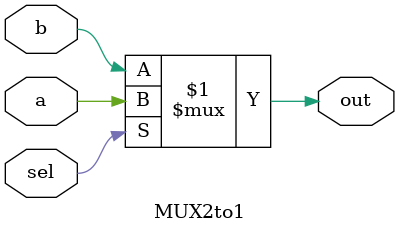
<source format=v>
`timescale 1ns/1ns
module MUX2to1( a, b, out, sel );
    input a, b, sel;
    output out;
    
    assign out = sel ? a : b;
endmodule
</source>
